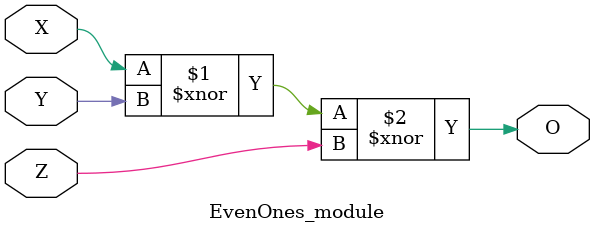
<source format=v>
`timescale 1ns / 1ps
module EvenOnes_module(O,X,Y,Z);
input X,Y,Z;
output O;
assign O = X^~Y^~Z;
endmodule

</source>
